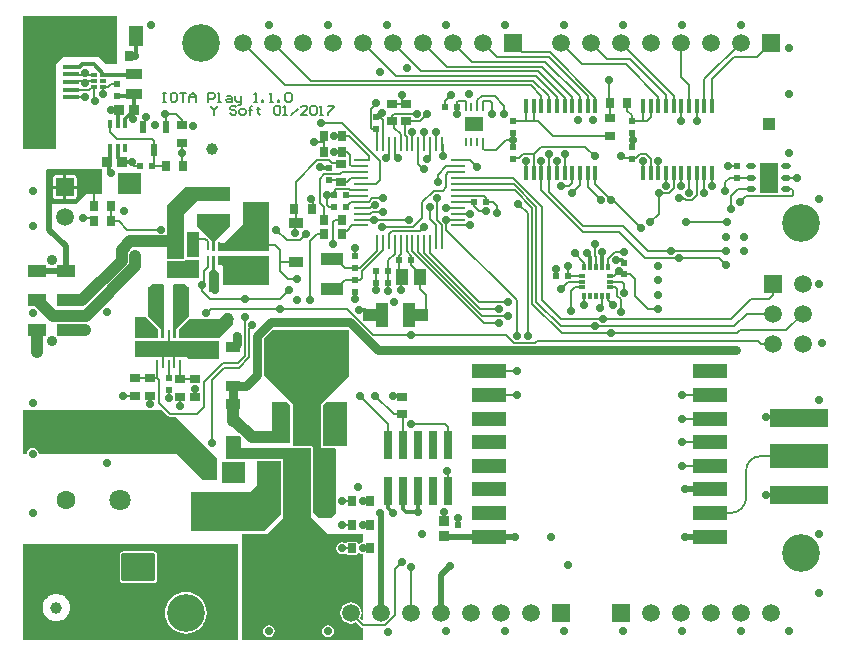
<source format=gtl>
G04 Layer_Physical_Order=1*
G04 Layer_Color=65280*
%FSLAX25Y25*%
%MOIN*%
G70*
G01*
G75*
%ADD10C,0.00591*%
%ADD11R,0.02559X0.03347*%
%ADD12R,0.03347X0.02559*%
%ADD13R,0.01968X0.01968*%
%ADD14R,0.01968X0.01968*%
%ADD15R,0.06299X0.03937*%
G04:AMPARAMS|DCode=16|XSize=110.24mil|YSize=94.49mil|CornerRadius=4.72mil|HoleSize=0mil|Usage=FLASHONLY|Rotation=0.000|XOffset=0mil|YOffset=0mil|HoleType=Round|Shape=RoundedRectangle|*
%AMROUNDEDRECTD16*
21,1,0.11024,0.08504,0,0,0.0*
21,1,0.10079,0.09449,0,0,0.0*
1,1,0.00945,0.05039,-0.04252*
1,1,0.00945,-0.05039,-0.04252*
1,1,0.00945,-0.05039,0.04252*
1,1,0.00945,0.05039,0.04252*
%
%ADD16ROUNDEDRECTD16*%
%ADD17R,0.07480X0.04331*%
%ADD18O,0.03347X0.01772*%
%ADD19R,0.06299X0.09842*%
%ADD20R,0.01378X0.02165*%
%ADD21R,0.02165X0.01378*%
%ADD22R,0.11811X0.04724*%
%ADD23R,0.05905X0.05118*%
%ADD24R,0.00984X0.03150*%
%ADD25O,0.00984X0.04921*%
%ADD26O,0.04921X0.00984*%
%ADD27R,0.01575X0.02559*%
%ADD28R,0.07874X0.04724*%
%ADD29R,0.01102X0.03150*%
%ADD30R,0.01102X0.02953*%
%ADD31R,0.03937X0.08465*%
%ADD32R,0.12598X0.08465*%
%ADD33R,0.01929X0.01181*%
%ADD34R,0.02047X0.01181*%
%ADD35O,0.01575X0.04724*%
%ADD36C,0.03937*%
%ADD37R,0.02362X0.04331*%
%ADD38R,0.03937X0.07874*%
%ADD39R,0.02500X0.08000*%
%ADD40R,0.10630X0.03937*%
%ADD41R,0.05315X0.03661*%
%ADD42R,0.08583X0.06378*%
%ADD43R,0.04803X0.03583*%
%ADD44R,0.03000X0.09449*%
G04:AMPARAMS|DCode=45|XSize=15.75mil|YSize=55.12mil|CornerRadius=0.79mil|HoleSize=0mil|Usage=FLASHONLY|Rotation=270.000|XOffset=0mil|YOffset=0mil|HoleType=Round|Shape=RoundedRectangle|*
%AMROUNDEDRECTD45*
21,1,0.01575,0.05354,0,0,270.0*
21,1,0.01417,0.05512,0,0,270.0*
1,1,0.00158,-0.02677,-0.00709*
1,1,0.00158,-0.02677,0.00709*
1,1,0.00158,0.02677,0.00709*
1,1,0.00158,0.02677,-0.00709*
%
%ADD45ROUNDEDRECTD45*%
G04:AMPARAMS|DCode=46|XSize=70.87mil|YSize=74.8mil|CornerRadius=3.54mil|HoleSize=0mil|Usage=FLASHONLY|Rotation=270.000|XOffset=0mil|YOffset=0mil|HoleType=Round|Shape=RoundedRectangle|*
%AMROUNDEDRECTD46*
21,1,0.07087,0.06772,0,0,270.0*
21,1,0.06378,0.07480,0,0,270.0*
1,1,0.00709,-0.03386,-0.03189*
1,1,0.00709,-0.03386,0.03189*
1,1,0.00709,0.03386,0.03189*
1,1,0.00709,0.03386,-0.03189*
%
%ADD46ROUNDEDRECTD46*%
G04:AMPARAMS|DCode=47|XSize=90.55mil|YSize=74.8mil|CornerRadius=3.74mil|HoleSize=0mil|Usage=FLASHONLY|Rotation=270.000|XOffset=0mil|YOffset=0mil|HoleType=Round|Shape=RoundedRectangle|*
%AMROUNDEDRECTD47*
21,1,0.09055,0.06732,0,0,270.0*
21,1,0.08307,0.07480,0,0,270.0*
1,1,0.00748,-0.03366,-0.04153*
1,1,0.00748,-0.03366,0.04153*
1,1,0.00748,0.03366,0.04153*
1,1,0.00748,0.03366,-0.04153*
%
%ADD47ROUNDEDRECTD47*%
%ADD48R,0.03937X0.05512*%
%ADD49R,0.03347X0.03543*%
%ADD50R,0.05512X0.03937*%
%ADD51R,0.03543X0.03347*%
%ADD52R,0.06890X0.04724*%
%ADD53R,0.04724X0.06890*%
%ADD54R,0.19685X0.05905*%
%ADD55R,0.19685X0.07874*%
%ADD56R,0.03937X0.03937*%
%ADD57C,0.00787*%
%ADD58C,0.01181*%
%ADD59C,0.02953*%
%ADD60C,0.01968*%
%ADD61C,0.03937*%
%ADD62C,0.12598*%
%ADD63C,0.03543*%
%ADD64C,0.07087*%
%ADD65C,0.06299*%
%ADD66C,0.05905*%
%ADD67R,0.05905X0.05905*%
%ADD68R,0.05905X0.05905*%
%ADD69C,0.02756*%
%ADD70C,0.01575*%
G36*
X45669Y104724D02*
Y101575D01*
X38189D01*
Y108661D01*
X41732D01*
X45669Y104724D01*
D02*
G37*
G36*
X66142Y94488D02*
X55905D01*
X55118Y95276D01*
X53818D01*
X53701Y95324D01*
X52598D01*
X52481Y95276D01*
X49881D01*
X49764Y95324D01*
X48661D01*
X48544Y95276D01*
X45944D01*
X45827Y95324D01*
X44724D01*
X44607Y95276D01*
X38189D01*
Y100787D01*
X44607D01*
X44724Y100739D01*
X45827D01*
X45944Y100787D01*
X46575D01*
X46693Y100739D01*
X47795D01*
X47913Y100787D01*
X50512D01*
X50630Y100739D01*
X51732D01*
X51850Y100787D01*
X52481D01*
X52598Y100739D01*
X53701D01*
X53818Y100787D01*
X66142D01*
Y94488D01*
D02*
G37*
G36*
X48968Y75739D02*
X49261Y75543D01*
X49318Y75532D01*
X49606Y75475D01*
X49606Y75475D01*
X51691D01*
X65354Y61811D01*
X65354Y54331D01*
X60630D01*
X51968Y62992D01*
X5944D01*
X5791Y63760D01*
X5356Y64411D01*
X4705Y64846D01*
X3937Y64999D01*
X3169Y64846D01*
X2518Y64411D01*
X2083Y63760D01*
X1930Y62992D01*
X857D01*
Y77559D01*
X42720D01*
X42913Y77521D01*
X43107Y77559D01*
X47148D01*
X48968Y75739D01*
D02*
G37*
G36*
X47212Y119780D02*
X47213D01*
Y119779D01*
X47638Y119354D01*
X47638Y101575D01*
X46850D01*
X46850Y104642D01*
X43713Y107780D01*
X43713D01*
X42713Y108780D01*
Y108780D01*
X42520Y108972D01*
X42520Y118587D01*
X42713Y118779D01*
Y118780D01*
X43235Y119302D01*
X43712Y119780D01*
X47212Y119780D01*
X47212Y119780D01*
D02*
G37*
G36*
X135630Y107480D02*
X127803D01*
Y111417D01*
X135630D01*
Y107480D01*
D02*
G37*
G36*
X121803D02*
X113976D01*
Y111417D01*
X121803D01*
Y107480D01*
D02*
G37*
G36*
X54713Y119780D02*
X55190Y119302D01*
X55713Y118780D01*
Y118779D01*
X55905Y118587D01*
X55905Y108972D01*
X55713Y108780D01*
Y108780D01*
X54713Y107780D01*
X54712D01*
X51575Y104642D01*
X51575Y101575D01*
X50787D01*
X50787Y119354D01*
X51213Y119779D01*
Y119780D01*
X51213D01*
X51213Y119780D01*
X54713Y119780D01*
D02*
G37*
G36*
X86614Y60630D02*
Y42913D01*
X81102Y37402D01*
X56693Y37402D01*
Y50394D01*
X76378D01*
X78740Y52756D01*
Y60630D01*
X86614Y60630D01*
D02*
G37*
G36*
X73228Y68581D02*
Y64961D01*
X96850D01*
X96851Y41732D01*
X102362Y36220D01*
X114173Y36220D01*
Y33503D01*
X113405Y33350D01*
X112852Y32981D01*
X112352Y33145D01*
Y33169D01*
X112165Y33621D01*
X111713Y33808D01*
X109153D01*
X108702Y33621D01*
X108625Y33437D01*
X108068Y33224D01*
X108038Y33228D01*
X107855Y33350D01*
X107087Y33503D01*
X106318Y33350D01*
X105667Y32915D01*
X105232Y32264D01*
X105079Y31496D01*
X105232Y30728D01*
X105667Y30077D01*
X106318Y29642D01*
X107087Y29489D01*
X107855Y29642D01*
X108038Y29765D01*
X108068Y29768D01*
X108625Y29555D01*
X108702Y29371D01*
X109153Y29184D01*
X111713D01*
X112165Y29371D01*
X112352Y29823D01*
Y29847D01*
X112852Y30011D01*
X113405Y29642D01*
X114173Y29489D01*
Y7757D01*
X113711Y7566D01*
X113082Y8196D01*
X113095Y8213D01*
X113452Y9075D01*
X113574Y10000D01*
X113452Y10925D01*
X113095Y11787D01*
X112527Y12527D01*
X111787Y13095D01*
X110925Y13452D01*
X110000Y13574D01*
X109075Y13452D01*
X108213Y13095D01*
X107473Y12527D01*
X106905Y11787D01*
X106548Y10925D01*
X106426Y10000D01*
X106548Y9075D01*
X106905Y8213D01*
X107473Y7473D01*
X108213Y6905D01*
X109075Y6548D01*
X110000Y6426D01*
X110925Y6548D01*
X111787Y6905D01*
X111804Y6918D01*
X113456Y5267D01*
X113749Y5071D01*
X114094Y5002D01*
X114173D01*
Y857D01*
X73622D01*
Y36220D01*
X81890D01*
X87402Y41732D01*
Y61417D01*
X68504D01*
Y68898D01*
X72912D01*
X73228Y68581D01*
D02*
G37*
G36*
X72441Y857D02*
X857D01*
Y33071D01*
X72441D01*
X72441Y857D01*
D02*
G37*
G36*
X109449Y104309D02*
Y88976D01*
X104724Y84252D01*
X100000Y79528D01*
Y65118D01*
X104765D01*
X105118Y64765D01*
X105118Y59055D01*
Y47438D01*
X105079Y47244D01*
X105118Y47050D01*
Y43307D01*
X103543Y41732D01*
X99213Y41732D01*
X97490Y43455D01*
X97490Y59489D01*
D01*
X97490Y64961D01*
X97302Y65413D01*
X96850Y65600D01*
X90551D01*
Y79528D01*
X81102Y88976D01*
Y101744D01*
X83689Y104331D01*
X109427D01*
X109449Y104309D01*
D02*
G37*
G36*
X89764Y79411D02*
Y66535D01*
X83858D01*
Y80315D01*
X88860D01*
X89764Y79411D01*
D02*
G37*
G36*
X108661Y65748D02*
X104787D01*
X104765Y65757D01*
X104765D01*
D01*
X100787D01*
Y79411D01*
X101691Y80315D01*
X108661D01*
Y65748D01*
D02*
G37*
G36*
X74803Y53150D02*
X66929D01*
Y60236D01*
X74803D01*
Y53150D01*
D02*
G37*
G36*
X69685Y109843D02*
X70866Y108661D01*
X70866Y106299D01*
X66142Y101575D01*
X52756Y101575D01*
Y104724D01*
X55906Y107874D01*
X61617Y107874D01*
X61811Y107835D01*
X62005Y107874D01*
X66142Y107874D01*
X68110Y109843D01*
X69685Y109843D01*
D02*
G37*
G36*
X82677Y130709D02*
X65748D01*
Y133465D01*
X67716D01*
X74016Y139764D01*
X74016Y146850D01*
X82677D01*
Y130709D01*
D02*
G37*
G36*
X69685Y138976D02*
X64567Y133858D01*
Y130709D01*
X63779D01*
Y133858D01*
X58662Y138976D01*
Y142913D01*
X69685D01*
Y138976D01*
D02*
G37*
G36*
X27165Y157874D02*
X27165Y149606D01*
X21654D01*
X18504Y146457D01*
X8268Y146457D01*
X8268Y157520D01*
X8621Y157874D01*
X27165Y157874D01*
D02*
G37*
G36*
X40157Y149606D02*
X32283D01*
Y156693D01*
X40157D01*
Y149606D01*
D02*
G37*
G36*
X31890Y193267D02*
X31536Y192913D01*
X28346Y192913D01*
X25984Y195276D01*
X14173Y195276D01*
X11811Y192913D01*
Y164567D01*
X857D01*
Y209143D01*
X31890D01*
Y193267D01*
D02*
G37*
G36*
X82677Y119291D02*
X67323D01*
Y123622D01*
Y125591D01*
X66929Y125984D01*
X65748D01*
Y129134D01*
X82677D01*
Y119291D01*
D02*
G37*
G36*
X64567Y124803D02*
X66142Y123228D01*
Y116929D01*
X62598D01*
Y123622D01*
X63779Y124803D01*
Y129134D01*
X64567D01*
Y124803D01*
D02*
G37*
G36*
X59449Y121653D02*
X48819Y121653D01*
X48819Y126715D01*
X48819Y127215D01*
X54331D01*
X54783Y127402D01*
X54848Y127559D01*
X59449D01*
X59449Y121653D01*
D02*
G37*
G36*
X59449Y128740D02*
X55512D01*
Y137008D01*
X59449D01*
Y128740D01*
D02*
G37*
G36*
X69685Y147244D02*
X58661D01*
X54331Y142913D01*
X54331Y127953D01*
X48819Y127953D01*
Y137601D01*
X48858Y137795D01*
X48819Y137989D01*
Y146063D01*
X50000Y147244D01*
X54724Y151969D01*
X69685D01*
Y147244D01*
D02*
G37*
%LPC*%
G36*
X82677Y5944D02*
X81909Y5791D01*
X81258Y5356D01*
X80823Y4705D01*
X80670Y3937D01*
X80823Y3169D01*
X81258Y2518D01*
X81909Y2083D01*
X82677Y1930D01*
X83445Y2083D01*
X84096Y2518D01*
X84531Y3169D01*
X84684Y3937D01*
X84531Y4705D01*
X84096Y5356D01*
X83445Y5791D01*
X82677Y5944D01*
D02*
G37*
G36*
X102362D02*
X101594Y5791D01*
X100943Y5356D01*
X100508Y4705D01*
X100355Y3937D01*
X100508Y3169D01*
X100943Y2518D01*
X101594Y2083D01*
X102362Y1930D01*
X103130Y2083D01*
X103781Y2518D01*
X104217Y3169D01*
X104369Y3937D01*
X104217Y4705D01*
X103781Y5356D01*
X103130Y5791D01*
X102362Y5944D01*
D02*
G37*
G36*
X11293Y16387D02*
X11213Y16354D01*
X11127Y16365D01*
X10126Y16097D01*
X10057Y16045D01*
X9972Y16033D01*
X9074Y15515D01*
X9021Y15446D01*
X8942Y15413D01*
X8209Y14680D01*
X8176Y14601D01*
X8107Y14548D01*
X7589Y13650D01*
X7577Y13565D01*
X7525Y13496D01*
X7257Y12495D01*
X7268Y12409D01*
X7235Y12329D01*
Y11811D01*
X7235Y11293D01*
X7268Y11213D01*
X7257Y11127D01*
X7525Y10126D01*
X7577Y10057D01*
X7589Y9972D01*
X8107Y9074D01*
X8176Y9021D01*
X8209Y8942D01*
X8942Y8209D01*
X9021Y8176D01*
X9074Y8107D01*
X9972Y7589D01*
X10057Y7577D01*
X10126Y7525D01*
X11127Y7257D01*
X11213Y7268D01*
X11293Y7235D01*
X12329Y7235D01*
X12409Y7268D01*
X12495Y7257D01*
X13496Y7525D01*
X13565Y7577D01*
X13650Y7589D01*
X14548Y8107D01*
X14601Y8176D01*
X14680Y8209D01*
X15413Y8942D01*
X15447Y9021D01*
X15515Y9074D01*
X16033Y9972D01*
X16045Y10057D01*
X16097Y10126D01*
X16365Y11127D01*
X16354Y11213D01*
X16387Y11293D01*
Y11811D01*
Y12329D01*
X16354Y12409D01*
X16365Y12495D01*
X16097Y13496D01*
X16045Y13565D01*
X16033Y13650D01*
X15515Y14548D01*
X15446Y14601D01*
X15413Y14680D01*
X14680Y15413D01*
X14601Y15447D01*
X14548Y15515D01*
X13650Y16033D01*
X13565Y16045D01*
X13496Y16097D01*
X12495Y16365D01*
X12409Y16354D01*
X12329Y16387D01*
X11293Y16387D01*
D02*
G37*
G36*
X55000Y16969D02*
X54969Y16956D01*
X54937Y16966D01*
X53702Y16844D01*
X53645Y16813D01*
X53580Y16820D01*
X52392Y16460D01*
X52342Y16418D01*
X52276Y16412D01*
X51182Y15827D01*
X51141Y15776D01*
X51078Y15757D01*
X50119Y14970D01*
X50088Y14912D01*
X50030Y14881D01*
X49243Y13922D01*
X49224Y13859D01*
X49173Y13818D01*
X48588Y12724D01*
X48582Y12658D01*
X48540Y12608D01*
X48180Y11420D01*
X48187Y11355D01*
X48156Y11298D01*
X48034Y10063D01*
X48053Y10000D01*
X48034Y9937D01*
X48156Y8703D01*
X48187Y8645D01*
X48180Y8580D01*
X48540Y7392D01*
X48582Y7342D01*
X48588Y7276D01*
X49173Y6182D01*
X49224Y6141D01*
X49243Y6078D01*
X50030Y5119D01*
X50088Y5088D01*
X50119Y5030D01*
X51078Y4243D01*
X51141Y4224D01*
X51182Y4173D01*
X52276Y3588D01*
X52342Y3582D01*
X52392Y3540D01*
X53580Y3180D01*
X53645Y3187D01*
X53702Y3156D01*
X54937Y3034D01*
X54969Y3044D01*
X55000Y3031D01*
X55031Y3044D01*
X55063Y3034D01*
X56297Y3156D01*
X56355Y3187D01*
X56420Y3180D01*
X57608Y3540D01*
X57658Y3582D01*
X57724Y3588D01*
X58818Y4173D01*
X58859Y4224D01*
X58922Y4243D01*
X59881Y5030D01*
X59912Y5088D01*
X59970Y5119D01*
X60757Y6078D01*
X60776Y6141D01*
X60827Y6182D01*
X61412Y7276D01*
X61418Y7342D01*
X61460Y7392D01*
X61820Y8580D01*
X61813Y8645D01*
X61844Y8703D01*
X61966Y9937D01*
X61947Y10000D01*
X61966Y10063D01*
X61844Y11298D01*
X61813Y11355D01*
X61820Y11420D01*
X61460Y12608D01*
X61418Y12658D01*
X61412Y12724D01*
X60827Y13818D01*
X60776Y13859D01*
X60757Y13922D01*
X59970Y14881D01*
X59912Y14912D01*
X59881Y14970D01*
X58922Y15757D01*
X58859Y15776D01*
X58818Y15827D01*
X57724Y16412D01*
X57658Y16418D01*
X57608Y16460D01*
X56420Y16820D01*
X56355Y16813D01*
X56297Y16844D01*
X55063Y16966D01*
X55031Y16956D01*
X55000Y16969D01*
D02*
G37*
G36*
X44213Y30533D02*
X34134D01*
X33719Y30450D01*
X33367Y30215D01*
X33132Y29864D01*
X33050Y29449D01*
Y20945D01*
X33132Y20530D01*
X33367Y20178D01*
X33719Y19944D01*
X34134Y19861D01*
X44213D01*
X44627Y19944D01*
X44979Y20178D01*
X45214Y20530D01*
X45296Y20945D01*
Y29449D01*
X45214Y29864D01*
X44979Y30215D01*
X44627Y30450D01*
X44213Y30533D01*
D02*
G37*
G36*
X18539Y151469D02*
X15067D01*
Y147996D01*
X17520D01*
X17910Y148074D01*
X18241Y148295D01*
X18462Y148626D01*
X18539Y149016D01*
Y151469D01*
D02*
G37*
G36*
X14067D02*
X10595D01*
Y149016D01*
X10672Y148626D01*
X10893Y148295D01*
X11224Y148074D01*
X11614Y147996D01*
X14067D01*
Y151469D01*
D02*
G37*
G36*
Y155941D02*
X11614D01*
X11224Y155863D01*
X10893Y155642D01*
X10672Y155311D01*
X10595Y154921D01*
Y152469D01*
X14067D01*
Y155941D01*
D02*
G37*
G36*
X17520D02*
X15067D01*
Y152469D01*
X18539D01*
Y154921D01*
X18462Y155311D01*
X18241Y155642D01*
X17910Y155863D01*
X17520Y155941D01*
D02*
G37*
%LPD*%
D10*
X246457Y62205D02*
G03*
X241732Y57480I0J-4724D01*
G01*
X236614Y43307D02*
G03*
X241732Y48425I0J5118D01*
G01*
X141339Y180709D02*
X143307Y182677D01*
X141339Y178740D02*
Y180709D01*
X132874Y173819D02*
X135433Y176378D01*
X124409Y176378D02*
X131889D01*
X100591Y136221D02*
X100984Y136614D01*
X98819Y136221D02*
X100591D01*
X108661Y137402D02*
X110433Y139173D01*
X107874Y137402D02*
X108661D01*
X103937Y133071D02*
Y140157D01*
X103937Y140157D02*
X103937Y140157D01*
X103937Y140157D02*
X104724Y140945D01*
X188189Y165354D02*
X191339Y162205D01*
X173327Y165354D02*
X188189D01*
X200394Y161811D02*
X205118D01*
X200000Y162205D02*
X200394Y161811D01*
X203543Y174016D02*
Y175984D01*
X202165Y177362D02*
X203543Y175984D01*
X202165Y177362D02*
Y179921D01*
X177362Y169095D02*
X196457D01*
X179921Y152461D02*
X182776D01*
X176083Y150295D02*
Y156496D01*
Y150295D02*
X187402Y138976D01*
X182776Y152461D02*
X183760Y153445D01*
X129921Y72835D02*
X141339D01*
X142283Y71890D01*
Y65945D02*
Y71890D01*
X124213Y76181D02*
X127165D01*
X118110Y82284D02*
X124213Y76181D01*
X112992Y82284D02*
X122283Y72992D01*
Y65945D02*
Y72992D01*
X127165Y76181D02*
X127284Y76063D01*
Y65945D02*
Y76063D01*
X124016Y82284D02*
X124213Y82087D01*
X127165D01*
X108661Y111417D02*
X117323Y102756D01*
X116929Y145669D02*
X118898D01*
X117173Y148327D02*
X120768D01*
X120866Y148425D01*
X104724Y140945D02*
X106890D01*
X100984D02*
Y145150D01*
X99606Y146528D02*
X100984Y145150D01*
X110433Y139173D02*
X113287D01*
X99606Y146528D02*
Y154724D01*
X96850Y148031D02*
X97244D01*
X97441Y147835D01*
Y144488D02*
Y147835D01*
X99606Y154724D02*
X101181Y156299D01*
X106299D01*
X106890Y156890D01*
X113287D01*
X103642Y160138D02*
X106693D01*
X91535Y140108D02*
Y153792D01*
X98767Y161024D01*
X102756D01*
X103642Y160138D01*
X106693Y159646D02*
Y160138D01*
X91535Y140108D02*
X91732Y139911D01*
X100984Y166929D02*
Y168898D01*
Y163779D02*
Y166929D01*
X97638D02*
X100984D01*
X209842Y140157D02*
X212598Y142913D01*
Y150000D01*
X221654Y147638D02*
X223575D01*
X220866Y148425D02*
X221654Y147638D01*
X219291Y148425D02*
X220866D01*
X225295Y149358D02*
Y156496D01*
X223575Y147638D02*
X225295Y149358D01*
X217618Y151575D02*
Y156496D01*
X212598Y150000D02*
X216043D01*
X217618Y151575D01*
X220177Y152461D02*
Y156496D01*
X215059Y152461D02*
Y156496D01*
X227854Y150000D02*
Y156496D01*
X222736Y150000D02*
Y156496D01*
X196850Y147638D02*
X197244D01*
X191437Y153051D02*
X196850Y147638D01*
X188878Y152067D02*
X193307Y147638D01*
X124803Y24803D02*
X127118Y27118D01*
X124803Y9375D02*
Y24803D01*
X121334Y5906D02*
X124803Y9375D01*
X114094Y5906D02*
X121334D01*
X110000Y10000D02*
X114094Y5906D01*
X92982Y134252D02*
X94882Y136152D01*
X119685Y154331D02*
Y160578D01*
X118307Y152953D02*
X119685Y154331D01*
X113287Y152953D02*
X118307D01*
X107087Y173228D02*
X119390Y160925D01*
Y160873D02*
Y160925D01*
Y160873D02*
X119685Y160578D01*
X206299Y162992D02*
X208366D01*
X209941Y156496D02*
Y161417D01*
X208366Y162992D02*
X209941Y161417D01*
X165748Y146457D02*
X168898Y143307D01*
X170472Y112992D02*
Y145085D01*
X164573Y150984D02*
X170472Y145085D01*
X145768Y150984D02*
X164573D01*
X171864Y113569D02*
Y145363D01*
X164275Y152953D02*
X171864Y145363D01*
X145768Y152953D02*
X164275D01*
X187402Y137008D02*
X199213D01*
X173524Y150886D02*
X187402Y137008D01*
X173524Y150886D02*
Y156496D01*
X173535Y114261D02*
Y145363D01*
X163976Y154921D02*
X173535Y145363D01*
X145768Y154921D02*
X163976D01*
X168898Y102362D02*
Y143307D01*
X170965Y174016D02*
X172441D01*
X177362Y169095D01*
X164567Y174016D02*
X168405D01*
X164173Y173622D02*
X164567Y174016D01*
X168405Y174016D02*
X170965D01*
X168405D02*
Y178937D01*
X170965Y174016D02*
Y178937D01*
X209941Y175197D02*
Y178937D01*
X207382Y174016D02*
Y178937D01*
Y174016D02*
X208760D01*
X203543D02*
X207382D01*
X208760D02*
X209941Y175197D01*
X53543Y163386D02*
Y166732D01*
Y159646D02*
Y163386D01*
Y159646D02*
X54134Y159055D01*
X37008Y159843D02*
Y160236D01*
Y159843D02*
X37795Y159055D01*
X39764D01*
X44488D02*
X48228D01*
X44488D02*
Y164272D01*
X86221Y111417D02*
X108661D01*
X63386D02*
X86221D01*
X61811Y109843D02*
X63386Y111417D01*
X140551Y162204D02*
Y166044D01*
X140354Y166240D02*
X140551Y166044D01*
X136417Y162402D02*
Y166240D01*
X135433Y161417D02*
X136417Y162402D01*
X138976Y156102D02*
X141732Y158858D01*
X138976Y153543D02*
Y156102D01*
X142520Y156890D02*
X145768D01*
X141732Y156102D02*
X142520Y156890D01*
X141732Y151969D02*
Y156102D01*
X140551Y150787D02*
X141732Y151969D01*
X134252Y157874D02*
X134252D01*
X132480Y159646D02*
X134252Y157874D01*
X132480Y159646D02*
Y166240D01*
X16634Y189567D02*
X16831Y189370D01*
X124606Y162795D02*
Y166240D01*
Y162795D02*
X125591Y161811D01*
X16634Y187008D02*
X17028Y187402D01*
X122638Y162795D02*
Y166240D01*
X121653Y161811D02*
X122638Y162795D01*
X145768Y139173D02*
X149803D01*
X170965Y162992D02*
X173327Y165354D01*
X47244Y96063D02*
X49213Y98032D01*
X47244Y93110D02*
Y96063D01*
X212500Y156496D02*
Y160531D01*
X230413Y152461D02*
Y156496D01*
X168405Y156496D02*
Y160531D01*
X207382Y156496D02*
Y160531D01*
X183760Y150000D02*
X186319Y152559D01*
Y156496D01*
X183760Y153445D02*
Y156496D01*
X188878Y152067D02*
Y156496D01*
X191437Y153051D02*
Y156496D01*
X181201D02*
Y162992D01*
X178642Y156496D02*
Y160531D01*
X199213Y137008D02*
X207874Y128347D01*
X203150Y122835D02*
X204724Y121260D01*
Y115748D02*
Y121260D01*
Y115748D02*
X209055Y111417D01*
X187402Y138976D02*
X200787D01*
X171949Y100787D02*
X245669D01*
X164417Y100098D02*
X171260D01*
X171949Y100787D01*
X246457Y62205D02*
X259370D01*
X241732Y48425D02*
Y57480D01*
X229724Y43307D02*
X236614D01*
X129921Y25118D02*
X130000Y25197D01*
X129921Y10079D02*
Y25118D01*
Y10079D02*
X130000Y10000D01*
X183465Y110630D02*
Y117323D01*
X179921Y107874D02*
X194095D01*
X173535Y114261D02*
X179921Y107874D01*
X187795Y112599D02*
Y115748D01*
X179921Y105512D02*
X191339D01*
X180315Y103150D02*
X196850D01*
X171864Y113569D02*
X179921Y105512D01*
X170472Y112992D02*
X180315Y103150D01*
X115893Y147047D02*
X117173Y148327D01*
X113287Y147047D02*
X115893D01*
X205118Y161811D02*
X206299Y162992D01*
X67716Y91732D02*
X72536D01*
X75984Y104724D02*
X77165Y105905D01*
X75984Y95180D02*
Y104724D01*
X72536Y91732D02*
X75984Y95180D01*
X74803Y95669D02*
Y108661D01*
X72441Y93307D02*
X74803Y95669D01*
X117323Y102756D02*
X129921D01*
X161759D02*
X164417Y100098D01*
X129921Y102756D02*
X161759D01*
X24213Y145669D02*
Y153150D01*
X198721Y115795D02*
Y117815D01*
Y115795D02*
X200000Y114515D01*
Y110236D02*
Y114515D01*
X198031Y118504D02*
X198721Y117815D01*
X192913Y111811D02*
X192913D01*
X193701Y112598D01*
X183465Y117323D02*
X184646Y118504D01*
X187008D01*
X179921Y118110D02*
X182283Y120473D01*
X187008D01*
X182283Y122441D02*
Y125591D01*
Y122441D02*
X187008D01*
X63779Y87795D02*
X67716Y91732D01*
X63779Y66535D02*
Y87795D01*
X250551Y115905D02*
Y119803D01*
X249213Y114567D02*
X250551Y115905D01*
X243307Y114567D02*
X249213D01*
X236614Y107874D02*
X243307Y114567D01*
X242087Y109803D02*
X250551D01*
X237795Y105512D02*
X242087Y109803D01*
X255079Y104331D02*
X260551Y109803D01*
X239764Y104331D02*
X255079D01*
X238583Y103150D02*
X239764Y104331D01*
X245669Y100787D02*
X246654Y99803D01*
X250551D01*
X91338Y139517D02*
X91732Y139911D01*
X91338Y136614D02*
Y139517D01*
X197980Y130315D02*
X201181D01*
X195669Y128005D02*
X197980Y130315D01*
X195669Y125197D02*
Y128005D01*
X209055Y111417D02*
X212204D01*
X200394Y120473D02*
X201181Y119685D01*
Y116535D02*
Y119685D01*
X196457Y118504D02*
X198031D01*
X238583Y155118D02*
X243504D01*
X191339Y132283D02*
X192126Y133071D01*
X191338D02*
X192126D01*
X191339Y129134D02*
Y132283D01*
Y129134D02*
X191732Y128740D01*
X116929Y143701D02*
X120866D01*
X116339Y145079D02*
X116929Y145669D01*
X113287Y145079D02*
X116339D01*
X116339Y143110D02*
X116929Y143701D01*
X113287Y143110D02*
X116339D01*
X123622Y175591D02*
X124409Y176378D01*
X123622Y173819D02*
Y175591D01*
X128347Y173819D02*
X132874D01*
X109449Y168898D02*
X116142Y162205D01*
X107677Y168898D02*
X109449D01*
X106890Y168110D02*
X107677Y168898D01*
X109843Y159449D02*
Y162598D01*
X108661Y163779D02*
X109843Y162598D01*
X106102Y154331D02*
X106693Y153740D01*
X102756Y154331D02*
X106102D01*
X106693Y153740D02*
X108858D01*
X110039Y154921D01*
X113287D01*
X109843Y159449D02*
X110433Y158858D01*
X116142Y161024D02*
Y162205D01*
X115945Y160827D02*
X116142Y161024D01*
X113287Y160827D02*
X115945D01*
X100000Y173228D02*
X107087D01*
X110433Y158858D02*
X113287D01*
X85039Y137795D02*
X88583Y134252D01*
X92982D01*
X117717Y140945D02*
X129528D01*
X117126D02*
X117717D01*
X113287Y141142D02*
X116929D01*
X117126Y140945D01*
X130709Y138583D02*
X133858Y141732D01*
X120472Y138583D02*
X130709D01*
X133858Y141732D02*
Y146902D01*
X123622Y137402D02*
X133071D01*
X134252Y138583D01*
X137743Y150787D02*
X140551D01*
X133858Y146902D02*
X137743Y150787D01*
X136221Y141339D02*
Y145276D01*
Y141339D02*
X138386Y139173D01*
X138583Y140945D02*
Y148425D01*
Y140945D02*
X140354Y139173D01*
X138386Y133760D02*
Y139173D01*
X140354Y133760D02*
Y139173D01*
X122638Y136417D02*
X123622Y137402D01*
X122638Y133760D02*
Y136417D01*
X152756Y113779D02*
X162205D01*
X153150Y111417D02*
X159449D01*
X132480Y130214D02*
X153639Y109055D01*
X162205D01*
X130512Y130512D02*
X154331Y106693D01*
X159449D01*
X141732Y137795D02*
X165354Y114173D01*
Y102362D02*
Y114173D01*
X134449Y130118D02*
X153150Y111417D01*
X136417Y130118D02*
X152756Y113779D01*
X201181Y122835D02*
X203150D01*
X184646Y129921D02*
X187795Y126772D01*
Y125197D02*
Y126772D01*
X191732Y125197D02*
Y128740D01*
X196457Y122441D02*
X197638D01*
X199213Y124016D01*
X197244Y147638D02*
X206693Y138189D01*
X196850Y103150D02*
X238583D01*
X194095Y107874D02*
X236614D01*
X191339Y105512D02*
X237795D01*
X196457Y120473D02*
X200394D01*
X193701Y112598D02*
Y115748D01*
X220473Y82677D02*
X229724D01*
X220473Y59055D02*
X229724D01*
X220473Y66929D02*
X229724D01*
X220473Y74803D02*
X229724D01*
X156102Y82677D02*
X165354D01*
X156102Y90551D02*
X165354D01*
X76968Y137205D02*
X78347D01*
X75787Y138386D02*
X76968Y137205D01*
X44488Y164272D02*
Y167323D01*
X43701Y168110D02*
X44488Y167323D01*
X31890Y168110D02*
X43701D01*
X29724Y170276D02*
X31890Y168110D01*
X29724Y170276D02*
Y172933D01*
X24468Y181437D02*
X25197Y180709D01*
X48031Y176378D02*
X51575D01*
X53543Y174409D01*
X48228Y171949D02*
Y176181D01*
X48031Y176378D02*
X48228Y176181D01*
X53543Y172638D02*
Y174409D01*
X24803Y180709D02*
X25197D01*
X24468Y181437D02*
Y185433D01*
X108268Y149213D02*
X108465Y149016D01*
X113287D01*
X108268Y145276D02*
X110039Y147047D01*
X113287D01*
X106890Y163779D02*
X108661D01*
X61024Y124016D02*
X62205Y125197D01*
X61024Y120079D02*
Y124016D01*
X60236Y119291D02*
X61024Y120079D01*
X62205Y125197D02*
Y127657D01*
X57874Y87992D02*
X57874Y87992D01*
X53150Y87992D02*
X57874D01*
X53150D02*
Y93110D01*
X38189Y88386D02*
X38189Y88386D01*
X42913D01*
X49213Y88189D02*
Y93110D01*
X22835Y184252D02*
X24016Y185433D01*
X20079Y184252D02*
X22835D01*
X19882Y184449D02*
X20079Y184252D01*
X16634Y184449D02*
X19882D01*
X37539Y189370D02*
X37795Y189626D01*
X141732Y158858D02*
X145768D01*
X167323Y162992D02*
X170965D01*
Y156496D02*
Y162992D01*
X164173Y161811D02*
X164173Y161811D01*
X166142D01*
X167323Y162992D01*
X113779Y124016D02*
X120669Y130905D01*
X113779Y121653D02*
Y124016D01*
X120669Y130905D02*
Y133760D01*
X108071Y121063D02*
X111417D01*
X106693Y119685D02*
X108071Y121063D01*
X106693Y118898D02*
Y119685D01*
Y126378D02*
X108071Y125000D01*
X111417D01*
X113093D01*
X118701Y130607D01*
Y133760D01*
X111417Y121063D02*
X113189D01*
X113779Y121653D01*
X125984Y122933D02*
X126870Y122047D01*
X125984Y127559D02*
X125984Y127559D01*
X136417Y130118D02*
Y133760D01*
X134449Y130118D02*
Y133760D01*
X132480Y130214D02*
Y133760D01*
X130512Y130512D02*
Y133760D01*
Y166240D02*
Y170276D01*
X134449Y166240D02*
Y170276D01*
X138386Y166240D02*
Y170276D01*
X176083Y156496D02*
Y162992D01*
X145768Y143110D02*
X149803D01*
X141732Y145079D02*
X145768D01*
X141732Y137795D02*
Y141142D01*
X145768D01*
Y160827D02*
X149803D01*
X151969Y158661D01*
X128543Y166240D02*
Y168701D01*
X127953Y169291D02*
X128543Y168701D01*
X127953Y169291D02*
Y173425D01*
X126575Y166240D02*
Y169488D01*
X124409Y171653D02*
X126575Y169488D01*
X124409Y171653D02*
Y173031D01*
X123622Y173819D02*
X124409Y173031D01*
X173524Y156496D02*
Y160531D01*
X154134Y178524D02*
Y180512D01*
X154331Y180709D01*
X156299D01*
X157087Y179921D01*
Y176378D02*
Y179921D01*
X152165Y178524D02*
Y180905D01*
X153543Y182283D01*
X157874D01*
X161024Y179134D01*
Y176378D02*
Y179134D01*
X148228Y178524D02*
Y180512D01*
X148031Y180709D02*
X148228Y180512D01*
X145669Y180709D02*
X148031D01*
X145276Y180315D02*
X145669Y180709D01*
X145276Y178740D02*
Y180315D01*
X145276Y176378D02*
Y178740D01*
X145276Y178740D01*
X32677Y140551D02*
X35433Y137795D01*
X30118Y140551D02*
X32677D01*
X30118D02*
Y145669D01*
X30118Y145669D01*
X42913Y88386D02*
X45276D01*
Y93110D01*
Y88386D02*
X46063Y87598D01*
Y79921D02*
Y87598D01*
Y79921D02*
X49606Y76378D01*
X58661D01*
X61024Y78740D01*
Y87008D01*
X67323Y93307D01*
X72441D01*
X34055Y82480D02*
X38189D01*
X35433Y137795D02*
X46850D01*
X254921Y151181D02*
X257087D01*
X257480Y150787D01*
Y149213D02*
Y150787D01*
X257087Y148819D02*
X257480Y149213D01*
X236221Y155118D02*
X238583D01*
X234646Y153543D02*
X236221Y155118D01*
X234646Y150787D02*
Y153543D01*
X238976Y151181D02*
X243504D01*
X236614Y148819D02*
X238976Y151181D01*
X236614Y144488D02*
Y148819D01*
X239764Y146850D02*
X241732Y148819D01*
X257087D01*
X209055Y130709D02*
X235039D01*
X200787Y138976D02*
X209055Y130709D01*
X207874Y128347D02*
X232677D01*
X235039Y125984D01*
X86221Y127165D02*
X86368Y127018D01*
X96457Y114173D02*
Y133858D01*
X98819Y136221D01*
X62992Y114567D02*
X74803D01*
X60236Y117323D02*
X62992Y114567D01*
X60236Y117323D02*
Y119291D01*
X74803Y114567D02*
X86221D01*
X89370Y117717D01*
X17028Y187402D02*
X24468D01*
X16831Y189370D02*
X24468D01*
X63386Y179133D02*
Y178608D01*
X64435Y177559D01*
X65485Y178608D01*
Y179133D01*
X64435Y177559D02*
Y175984D01*
X71782Y178608D02*
X71257Y179133D01*
X70208D01*
X69683Y178608D01*
Y178083D01*
X70208Y177559D01*
X71257D01*
X71782Y177034D01*
Y176509D01*
X71257Y175984D01*
X70208D01*
X69683Y176509D01*
X73356Y175984D02*
X74406D01*
X74931Y176509D01*
Y177559D01*
X74406Y178083D01*
X73356D01*
X72832Y177559D01*
Y176509D01*
X73356Y175984D01*
X76505D02*
Y178608D01*
Y177559D01*
X75980D01*
X77030D01*
X76505D01*
Y178608D01*
X77030Y179133D01*
X79129Y178608D02*
Y178083D01*
X78604D01*
X79654D01*
X79129D01*
Y176509D01*
X79654Y175984D01*
X84376Y178608D02*
X84901Y179133D01*
X85951D01*
X86475Y178608D01*
Y176509D01*
X85951Y175984D01*
X84901D01*
X84376Y176509D01*
Y178608D01*
X87525Y175984D02*
X88575D01*
X88050D01*
Y179133D01*
X87525Y178608D01*
X90149Y175984D02*
X92248Y178083D01*
X95397Y175984D02*
X93297D01*
X95397Y178083D01*
Y178608D01*
X94872Y179133D01*
X93822D01*
X93297Y178608D01*
X96446D02*
X96971Y179133D01*
X98020D01*
X98545Y178608D01*
Y176509D01*
X98020Y175984D01*
X96971D01*
X96446Y176509D01*
Y178608D01*
X99595Y175984D02*
X100644D01*
X100119D01*
Y179133D01*
X99595Y178608D01*
X102218Y179133D02*
X104317D01*
Y178608D01*
X102218Y176509D01*
Y175984D01*
X47244Y183464D02*
X48294D01*
X47769D01*
Y180315D01*
X47244D01*
X48294D01*
X51442Y183464D02*
X50393D01*
X49868Y182939D01*
Y180840D01*
X50393Y180315D01*
X51442D01*
X51967Y180840D01*
Y182939D01*
X51442Y183464D01*
X53017D02*
X55116D01*
X54066D01*
Y180315D01*
X56165D02*
Y182414D01*
X57215Y183464D01*
X58264Y182414D01*
Y180315D01*
Y181889D01*
X56165D01*
X62462Y180315D02*
Y183464D01*
X64037D01*
X64561Y182939D01*
Y181889D01*
X64037Y181365D01*
X62462D01*
X65611Y180315D02*
X66660D01*
X66136D01*
Y183464D01*
X65611D01*
X68760Y182414D02*
X69809D01*
X70334Y181889D01*
Y180315D01*
X68760D01*
X68235Y180840D01*
X68760Y181365D01*
X70334D01*
X71383Y182414D02*
Y180840D01*
X71908Y180315D01*
X73482D01*
Y179790D01*
X72958Y179265D01*
X72433D01*
X73482Y180315D02*
Y182414D01*
X77680Y180315D02*
X78730D01*
X78205D01*
Y183464D01*
X77680Y182939D01*
X80304Y180315D02*
Y180840D01*
X80829D01*
Y180315D01*
X80304D01*
X82928D02*
X83978D01*
X83453D01*
Y183464D01*
X82928Y182939D01*
X85552Y180315D02*
Y180840D01*
X86077D01*
Y180315D01*
X85552D01*
X88176Y182939D02*
X88701Y183464D01*
X89750D01*
X90275Y182939D01*
Y180840D01*
X89750Y180315D01*
X88701D01*
X88176Y180840D01*
Y182939D01*
D11*
X100984Y136221D02*
D03*
X106890D02*
D03*
X202165Y179921D02*
D03*
X196260D02*
D03*
X100984Y168898D02*
D03*
X106890D02*
D03*
X100984Y163779D02*
D03*
X106890D02*
D03*
X106890Y140945D02*
D03*
X100984D02*
D03*
X30118Y140551D02*
D03*
X24213D02*
D03*
X24213Y145669D02*
D03*
X30118D02*
D03*
X97047Y144488D02*
D03*
X91142D02*
D03*
X110433Y47244D02*
D03*
X116339D02*
D03*
X110433Y39370D02*
D03*
X116339D02*
D03*
X110433Y31496D02*
D03*
X116339D02*
D03*
X54134Y159055D02*
D03*
X48228D02*
D03*
X57677Y135039D02*
D03*
X51772D02*
D03*
X36024Y195669D02*
D03*
X30118D02*
D03*
D12*
X106693Y159646D02*
D03*
Y153740D02*
D03*
X42913Y88386D02*
D03*
Y82480D02*
D03*
X38189Y82480D02*
D03*
Y88386D02*
D03*
X53543Y166732D02*
D03*
Y172638D02*
D03*
X53150Y87992D02*
D03*
Y82087D02*
D03*
X57874Y82087D02*
D03*
Y87992D02*
D03*
X123622Y179724D02*
D03*
Y173819D02*
D03*
X128347Y179724D02*
D03*
Y173819D02*
D03*
X127165Y82087D02*
D03*
Y76181D02*
D03*
X196457Y169095D02*
D03*
Y175000D02*
D03*
D13*
X102756Y158268D02*
D03*
Y154331D02*
D03*
X201181Y126772D02*
D03*
Y122835D02*
D03*
X238583Y159055D02*
D03*
Y155118D02*
D03*
X145669Y39370D02*
D03*
Y35433D02*
D03*
X118504Y175197D02*
D03*
Y171260D02*
D03*
X111417Y117126D02*
D03*
Y121063D02*
D03*
Y128937D02*
D03*
Y125000D02*
D03*
X49213Y84252D02*
D03*
Y88189D02*
D03*
X57480Y126772D02*
D03*
Y130709D02*
D03*
X203543Y170079D02*
D03*
Y174016D02*
D03*
Y165354D02*
D03*
Y161417D02*
D03*
X31890Y186221D02*
D03*
Y182283D02*
D03*
X164173Y170079D02*
D03*
Y174016D02*
D03*
Y165354D02*
D03*
Y161417D02*
D03*
D14*
X104331Y149213D02*
D03*
X108268D02*
D03*
X104331Y145276D02*
D03*
X108268D02*
D03*
X178346Y122441D02*
D03*
X182283D02*
D03*
X141339Y178740D02*
D03*
X145276D02*
D03*
X155118Y147047D02*
D03*
X151181D02*
D03*
X125984Y127559D02*
D03*
X129921D02*
D03*
X92126Y68110D02*
D03*
X88189D02*
D03*
X118504Y120079D02*
D03*
X122441D02*
D03*
X118504Y124016D02*
D03*
X122441D02*
D03*
X43701Y159055D02*
D03*
X39764D02*
D03*
D15*
X14961Y124016D02*
D03*
Y114173D02*
D03*
Y104331D02*
D03*
X5512D02*
D03*
Y114173D02*
D03*
Y124016D02*
D03*
D16*
X15157Y25197D02*
D03*
X39173D02*
D03*
Y70079D02*
D03*
X15157D02*
D03*
D17*
X103543Y118110D02*
D03*
Y127953D02*
D03*
D18*
X254921Y151181D02*
D03*
Y155118D02*
D03*
Y159055D02*
D03*
X243504D02*
D03*
Y155118D02*
D03*
Y151181D02*
D03*
D19*
X249213Y155118D02*
D03*
D20*
X187795Y115748D02*
D03*
X189764D02*
D03*
X191732D02*
D03*
X193701D02*
D03*
X195669D02*
D03*
Y125197D02*
D03*
X193701D02*
D03*
X191732D02*
D03*
X189764D02*
D03*
X187795D02*
D03*
D21*
X196457Y118504D02*
D03*
Y120473D02*
D03*
Y122441D02*
D03*
X187008D02*
D03*
Y120473D02*
D03*
Y118504D02*
D03*
D22*
X229724Y90551D02*
D03*
Y82677D02*
D03*
Y74803D02*
D03*
Y66929D02*
D03*
Y59055D02*
D03*
Y51181D02*
D03*
Y43307D02*
D03*
Y35433D02*
D03*
X156102D02*
D03*
Y43307D02*
D03*
Y51181D02*
D03*
Y59055D02*
D03*
Y90551D02*
D03*
Y82677D02*
D03*
Y74803D02*
D03*
Y66929D02*
D03*
D23*
X151181Y172835D02*
D03*
D24*
X154134Y178524D02*
D03*
X152165D02*
D03*
X150197D02*
D03*
X148228D02*
D03*
X154134Y167146D02*
D03*
X152165D02*
D03*
X150197D02*
D03*
X148228D02*
D03*
D25*
X118701Y133760D02*
D03*
X120669D02*
D03*
X122638D02*
D03*
X124606D02*
D03*
X126575D02*
D03*
X128543D02*
D03*
X130512D02*
D03*
X132480D02*
D03*
X134449D02*
D03*
X136417D02*
D03*
X138386D02*
D03*
X140354D02*
D03*
Y166240D02*
D03*
X138386D02*
D03*
X136417D02*
D03*
X134449D02*
D03*
X132480D02*
D03*
X130512D02*
D03*
X128543D02*
D03*
X126575D02*
D03*
X124606D02*
D03*
X122638D02*
D03*
X120669D02*
D03*
X118701D02*
D03*
D26*
X145768Y139173D02*
D03*
Y141142D02*
D03*
Y143110D02*
D03*
Y145079D02*
D03*
Y147047D02*
D03*
Y149016D02*
D03*
Y150984D02*
D03*
Y152953D02*
D03*
Y154921D02*
D03*
Y156890D02*
D03*
Y158858D02*
D03*
Y160827D02*
D03*
X113287D02*
D03*
Y158858D02*
D03*
Y156890D02*
D03*
Y154921D02*
D03*
Y152953D02*
D03*
Y150984D02*
D03*
Y149016D02*
D03*
Y147047D02*
D03*
Y145079D02*
D03*
Y143110D02*
D03*
Y141142D02*
D03*
Y139173D02*
D03*
D27*
X34843Y172933D02*
D03*
X32283D02*
D03*
X29724D02*
D03*
Y164862D02*
D03*
X32283D02*
D03*
X34843D02*
D03*
D28*
X49213Y98032D02*
D03*
D29*
Y93110D02*
D03*
X45276D02*
D03*
X47244D02*
D03*
X51181D02*
D03*
X53150D02*
D03*
Y102953D02*
D03*
X51181D02*
D03*
X47244D02*
D03*
X45276D02*
D03*
X49213D02*
D03*
D30*
X62205Y127657D02*
D03*
X64173D02*
D03*
X66142D02*
D03*
X62205Y132185D02*
D03*
X64173D02*
D03*
X66142D02*
D03*
D31*
X86221Y75886D02*
D03*
X95276D02*
D03*
X104331D02*
D03*
X101181Y46161D02*
D03*
X92126D02*
D03*
X83071D02*
D03*
D32*
X95276Y98917D02*
D03*
X92126Y23130D02*
D03*
D33*
X27500Y189370D02*
D03*
Y187402D02*
D03*
Y185433D02*
D03*
X24468D02*
D03*
Y187402D02*
D03*
D34*
Y189370D02*
D03*
D35*
X207382Y156496D02*
D03*
X209941D02*
D03*
X212500D02*
D03*
X215059D02*
D03*
X217618D02*
D03*
X220177D02*
D03*
X222736D02*
D03*
X225295D02*
D03*
X227854D02*
D03*
X230413D02*
D03*
X207382Y178937D02*
D03*
X209941D02*
D03*
X212500D02*
D03*
X215059D02*
D03*
X217618D02*
D03*
X220177D02*
D03*
X222736D02*
D03*
X225295D02*
D03*
X227854D02*
D03*
X230413D02*
D03*
X168405Y156496D02*
D03*
X170965D02*
D03*
X173524D02*
D03*
X176083D02*
D03*
X178642D02*
D03*
X181201D02*
D03*
X183760D02*
D03*
X186319D02*
D03*
X188878D02*
D03*
X191437D02*
D03*
X168405Y178937D02*
D03*
X170965D02*
D03*
X173524D02*
D03*
X176083D02*
D03*
X178642D02*
D03*
X181201D02*
D03*
X183760D02*
D03*
X186319D02*
D03*
X188878D02*
D03*
X191437D02*
D03*
D36*
X68898Y107874D02*
D03*
X63779Y164567D02*
D03*
X78347Y143701D02*
D03*
X11811Y11811D02*
D03*
D37*
X44488Y164272D02*
D03*
X40748Y171949D02*
D03*
X48228D02*
D03*
D38*
X129331Y109449D02*
D03*
X120276D02*
D03*
D39*
X54213Y113779D02*
D03*
X44213D02*
D03*
D40*
X64173Y140945D02*
D03*
Y149606D02*
D03*
D41*
X37795Y182815D02*
D03*
Y189626D02*
D03*
D42*
X64567Y23976D02*
D03*
Y40591D02*
D03*
D43*
X91732Y139911D02*
D03*
Y127018D02*
D03*
X70866Y98573D02*
D03*
Y85679D02*
D03*
Y66782D02*
D03*
Y79675D02*
D03*
X61024Y60778D02*
D03*
Y47884D02*
D03*
D44*
X122283Y65945D02*
D03*
X127284D02*
D03*
X132283D02*
D03*
X137284D02*
D03*
X142283D02*
D03*
X122283Y50591D02*
D03*
X127284D02*
D03*
X132283D02*
D03*
X137284D02*
D03*
X142283D02*
D03*
D45*
X16634Y192126D02*
D03*
Y189567D02*
D03*
Y187008D02*
D03*
Y184449D02*
D03*
Y181890D02*
D03*
D46*
X5413Y191535D02*
D03*
Y182480D02*
D03*
D47*
Y201772D02*
D03*
Y172244D02*
D03*
D48*
X132972Y122047D02*
D03*
X126870D02*
D03*
X93799Y56299D02*
D03*
X99902D02*
D03*
D49*
X140945Y35630D02*
D03*
Y40748D02*
D03*
X40551Y103740D02*
D03*
Y98622D02*
D03*
X71260Y132480D02*
D03*
Y127362D02*
D03*
D50*
X59449Y103839D02*
D03*
Y97736D02*
D03*
X51575Y123721D02*
D03*
Y129823D02*
D03*
D51*
X37795Y177559D02*
D03*
X32677D02*
D03*
X28543Y160236D02*
D03*
X33661D02*
D03*
X64370Y121653D02*
D03*
X69488D02*
D03*
X102953Y67716D02*
D03*
X97835D02*
D03*
D52*
X78347Y126575D02*
D03*
Y137205D02*
D03*
D53*
X72244Y56693D02*
D03*
X82874D02*
D03*
X38386Y202362D02*
D03*
X27756D02*
D03*
X34843Y153150D02*
D03*
X24213D02*
D03*
D54*
X259370Y49409D02*
D03*
Y75000D02*
D03*
D55*
Y62205D02*
D03*
D56*
X249213Y172835D02*
D03*
D57*
X116535Y171653D02*
Y177953D01*
X118504Y179921D01*
X127165Y179724D02*
X128347D01*
X127165D02*
Y182677D01*
X123622Y179724D02*
X128347D01*
X196260Y175197D02*
X196457Y175000D01*
X196260Y175197D02*
Y179921D01*
X196063Y180118D02*
X196260Y179921D01*
X237602Y195276D02*
X245276D01*
X230413Y178937D02*
Y188087D01*
X237602Y195276D01*
X142126Y57480D02*
X142283Y57323D01*
Y50591D02*
Y57323D01*
X101969Y146063D02*
Y149213D01*
X104331D01*
X158661Y143307D02*
Y145669D01*
X157283Y147047D02*
X158661Y145669D01*
X196063Y180118D02*
Y187795D01*
X254921Y155118D02*
X258661D01*
X212500Y178937D02*
Y181988D01*
X203150Y194488D02*
X215059Y182579D01*
Y178937D02*
Y182579D01*
X200000Y200000D02*
X217618Y182382D01*
Y178937D02*
Y182382D01*
X220000Y188583D02*
Y200000D01*
Y188583D02*
X222736Y185846D01*
Y178937D02*
Y185846D01*
X220177Y174016D02*
Y178937D01*
X225295Y174016D02*
Y178937D01*
X227854Y187854D02*
X240000Y200000D01*
X227854Y178937D02*
Y187854D01*
X170079Y185827D02*
X173524Y182382D01*
Y178937D02*
Y182382D01*
X170866Y187402D02*
X176083Y182185D01*
Y178937D02*
Y182185D01*
X125024Y188976D02*
X171653D01*
X178642Y181988D01*
Y178937D02*
Y181988D01*
X172441Y190551D02*
X181201Y181791D01*
Y178937D02*
Y181791D01*
X183760Y178937D02*
Y181988D01*
X141874Y192126D02*
X173622D01*
X183760Y181988D01*
X150299Y193701D02*
X174803D01*
X186319Y182185D01*
Y178937D02*
Y182185D01*
X158724Y195276D02*
X176004D01*
X188878Y182402D01*
Y178937D02*
Y182402D01*
X167150Y196850D02*
X176378D01*
X191437Y181791D01*
Y178937D02*
Y181791D01*
X88173Y185827D02*
X170079D01*
X145669Y39370D02*
Y41732D01*
X152756Y144095D02*
X155118D01*
X151181Y145669D02*
X152756Y144095D01*
X151181Y145669D02*
Y147047D01*
X155118D02*
X157283D01*
X20866Y141732D02*
X23031D01*
X24213Y140551D01*
X235827Y159055D02*
X238583D01*
X195669Y114173D02*
X197244Y112598D01*
X195669Y114173D02*
Y115748D01*
X178346Y122441D02*
X178347Y122441D01*
Y124803D01*
X101969Y146063D02*
X102756Y145276D01*
X132972Y118110D02*
X135039Y116043D01*
Y109449D02*
Y116043D01*
X132972Y118110D02*
Y122047D01*
X107087Y46850D02*
X107480Y47244D01*
X110433D01*
X107087Y46850D02*
Y47244D01*
Y39370D02*
X110433D01*
X107087Y31496D02*
X110433D01*
X122441Y117323D02*
X122441Y117323D01*
Y120079D01*
X86221Y127165D02*
Y131102D01*
X81102Y132677D02*
X84646D01*
X86221Y131102D01*
X116535Y171653D02*
X116929Y171260D01*
X118504D01*
X102756Y145276D02*
X104331D01*
Y149213D02*
Y150394D01*
X105118Y151181D01*
X109660D01*
X109856Y150984D01*
X113287D01*
X59055Y134646D02*
X61417D01*
X62205Y133858D01*
Y132185D02*
Y133858D01*
X53150Y79134D02*
Y82087D01*
X42913Y79528D02*
Y82480D01*
X49213Y81496D02*
Y84252D01*
Y98032D02*
X51181Y96063D01*
Y93110D02*
Y96063D01*
X49213Y98032D02*
Y102953D01*
X16634Y181890D02*
X21260D01*
X27500Y183012D02*
Y185433D01*
X29134D02*
X29921Y186221D01*
X31890D01*
X27500Y185433D02*
X29134D01*
X161811Y167717D02*
X164173D01*
X158268Y164173D02*
X161811Y167717D01*
X154724Y164173D02*
X158268D01*
X154134Y164764D02*
X154724Y164173D01*
X154134Y164764D02*
Y167146D01*
X118504Y171063D02*
X118701Y170866D01*
Y166240D02*
Y170866D01*
X118504Y175000D02*
X119882D01*
X120669Y174213D01*
Y166240D02*
Y174213D01*
X151181Y147047D02*
X151181Y147047D01*
X145768Y147047D02*
X151181D01*
X155118Y147047D02*
Y148425D01*
X154528Y149016D02*
X155118Y148425D01*
X145768Y149016D02*
X154528D01*
X126772Y117520D02*
Y120079D01*
X118504D02*
Y124016D01*
X111417Y114567D02*
Y117126D01*
X118504Y117520D02*
Y120079D01*
X111417Y128937D02*
Y131496D01*
X122441Y120079D02*
Y124016D01*
Y127559D01*
X124606Y129724D01*
Y133760D01*
X129921Y125984D02*
X131890Y124016D01*
X129921Y125984D02*
Y127559D01*
X125984Y122933D02*
Y127559D01*
X125984Y127559D02*
Y129134D01*
X126575Y129724D01*
Y133760D01*
X129921Y127559D02*
Y129134D01*
X128543Y130512D02*
X129921Y129134D01*
X128543Y130512D02*
Y133760D01*
X154000Y200000D02*
X158724Y195276D01*
X144000Y200000D02*
X150299Y193701D01*
X134000Y200000D02*
X141874Y192126D01*
X124000Y200000D02*
X133449Y190551D01*
X114000Y200000D02*
X125024Y188976D01*
X84000Y200000D02*
X96598Y187402D01*
X74000Y200000D02*
X88173Y185827D01*
X164000Y200000D02*
X167150Y196850D01*
X133449Y190551D02*
X172441D01*
X96598Y187402D02*
X170866D01*
X190000Y200000D02*
X195512Y194488D01*
X203150D01*
X180000Y200000D02*
X187087Y192913D01*
X201575D01*
X212500Y181988D01*
X245276Y195276D02*
X250000Y200000D01*
X221654Y140157D02*
X235433D01*
X86221Y124016D02*
X88976Y121260D01*
X92126D01*
X86221Y124016D02*
Y127165D01*
X86368Y127018D02*
X91732D01*
D58*
X132283Y43701D02*
Y50591D01*
X128347Y43701D02*
X132283D01*
X127284Y44764D02*
X128347Y43701D01*
X127284Y44764D02*
Y50591D01*
X122283Y45039D02*
X124016Y43307D01*
X122283Y45039D02*
Y50591D01*
X112598Y111024D02*
X114567D01*
X114961Y110630D01*
X99999Y158268D02*
X102756D01*
X99606Y158661D02*
X99999Y158268D01*
X33661Y160236D02*
X37008D01*
X203543Y165354D02*
Y170079D01*
X164173Y167717D02*
Y170079D01*
Y165354D02*
Y167717D01*
X38189Y195669D02*
X38386Y195866D01*
Y202362D01*
X28543Y160236D02*
X29724Y161417D01*
X28543Y160236D02*
X29528Y159252D01*
Y157087D02*
Y159252D01*
Y157087D02*
X29921Y156693D01*
X118504Y175197D02*
X120079Y176772D01*
X120472D01*
X189764Y125197D02*
Y128740D01*
X188583Y129921D02*
X189764Y128740D01*
X193701Y125197D02*
Y130315D01*
X198425Y127559D02*
X200394D01*
X201181Y126772D01*
X29724Y161417D02*
Y164862D01*
X32283Y161614D02*
X33661Y160236D01*
X32283Y161614D02*
Y164862D01*
Y177165D02*
X32677Y177559D01*
X32283Y172933D02*
Y177165D01*
X37264Y182283D02*
X37795Y182815D01*
X31890Y182283D02*
X37264D01*
X37795Y177559D02*
X37795Y177559D01*
Y182815D01*
X34843Y172933D02*
Y174606D01*
X20472Y192913D02*
X24210D01*
X27500Y189623D01*
Y189370D02*
Y189623D01*
X19685Y192126D02*
X20472Y192913D01*
X27500Y189370D02*
X37539D01*
X16634Y192126D02*
X19685D01*
X34843Y174606D02*
X37795Y177559D01*
D59*
X109652Y107087D02*
X119100Y97638D01*
X83465Y107087D02*
X109652D01*
X119100Y97638D02*
X238386D01*
X72047Y99754D02*
Y102362D01*
X70866Y98573D02*
X72047Y99754D01*
X78740Y102362D02*
X83465Y107087D01*
X78740Y89370D02*
Y102362D01*
X75049Y85679D02*
X78740Y89370D01*
X70866Y85679D02*
X75049D01*
X70866Y79675D02*
Y85679D01*
D60*
X119685Y43307D02*
X120000Y42992D01*
Y10000D02*
Y42992D01*
X141142Y35433D02*
X156102D01*
X164567D01*
X140945Y35630D02*
X141142Y35433D01*
X140000Y10000D02*
Y22677D01*
X142913Y25591D01*
X221260Y51181D02*
X221260Y51181D01*
X229724D01*
X221260Y35433D02*
X221260Y35433D01*
X229724D01*
X9449Y137795D02*
X14961Y132283D01*
X9449Y137795D02*
Y148819D01*
X5512Y124016D02*
X14961D01*
Y132283D01*
D61*
X76956Y68504D02*
X85433D01*
X71444Y74016D02*
X76956Y68504D01*
X70866Y74016D02*
X71444D01*
X47244Y133858D02*
X51968D01*
X51772Y135039D02*
X51968Y134843D01*
Y133858D02*
Y134843D01*
X70866Y74016D02*
Y79675D01*
X5512Y96850D02*
Y104331D01*
X14961D02*
X21260D01*
X5512Y114173D02*
X10630Y109055D01*
X21654D01*
X14961Y114173D02*
X20369D01*
X21654Y109055D02*
X38189Y125591D01*
Y129134D01*
X36614Y133858D02*
X47244D01*
X33661Y127466D02*
Y131009D01*
X36511Y133858D02*
X36614D01*
X33661Y131009D02*
X36511Y133858D01*
X20369Y114173D02*
X33661Y127466D01*
D62*
X60000Y200000D02*
D03*
X55000Y10000D02*
D03*
X260000Y140000D02*
D03*
Y30000D02*
D03*
D63*
X10236Y100787D02*
D03*
Y127559D02*
D03*
D64*
X32874Y47638D02*
D03*
D65*
X15157D02*
D03*
D66*
X14567Y141969D02*
D03*
X250000Y10000D02*
D03*
X210000D02*
D03*
X220000D02*
D03*
X230000D02*
D03*
X240000D02*
D03*
X260551Y99803D02*
D03*
X250551D02*
D03*
X260551Y109803D02*
D03*
X250551D02*
D03*
X260551Y119803D02*
D03*
X74000Y200000D02*
D03*
X84000D02*
D03*
X154000D02*
D03*
X144000D02*
D03*
X134000D02*
D03*
X124000D02*
D03*
X114000D02*
D03*
X104000D02*
D03*
X94000D02*
D03*
X240000D02*
D03*
X230000D02*
D03*
X220000D02*
D03*
X210000D02*
D03*
X200000D02*
D03*
X190000D02*
D03*
X180000D02*
D03*
X170000Y10000D02*
D03*
X160000D02*
D03*
X150000D02*
D03*
X140000D02*
D03*
X130000D02*
D03*
X120000D02*
D03*
X110000D02*
D03*
D67*
X14567Y151969D02*
D03*
X250551Y119803D02*
D03*
D68*
X200000Y10000D02*
D03*
X164000Y200000D02*
D03*
X250000D02*
D03*
X180000Y10000D02*
D03*
D69*
X248524Y49213D02*
D03*
X248425Y75197D02*
D03*
X118504Y179921D02*
D03*
X119685Y190157D02*
D03*
X128740Y191732D02*
D03*
X127165Y182677D02*
D03*
X143307D02*
D03*
X135433Y176378D02*
D03*
X131889Y176378D02*
D03*
X240945Y135433D02*
D03*
X235039Y125984D02*
D03*
Y130709D02*
D03*
X240945D02*
D03*
X103937Y133071D02*
D03*
X191339Y162205D02*
D03*
X200000D02*
D03*
X179921Y152461D02*
D03*
X112205Y51968D02*
D03*
X142126Y57480D02*
D03*
X132283Y43701D02*
D03*
X124016Y43307D02*
D03*
X129921Y72835D02*
D03*
X124016Y82284D02*
D03*
X112992Y82284D02*
D03*
X118110D02*
D03*
X112598Y111024D02*
D03*
X120866Y148425D02*
D03*
X96850Y148031D02*
D03*
X101969Y149213D02*
D03*
X99606Y158661D02*
D03*
X97638Y166929D02*
D03*
X209842Y140157D02*
D03*
X219291Y148425D02*
D03*
X212598Y150000D02*
D03*
X220177Y152461D02*
D03*
X215059D02*
D03*
X227854Y150000D02*
D03*
X222736D02*
D03*
X196850Y147638D02*
D03*
X193307D02*
D03*
X122441Y3543D02*
D03*
X94882Y136152D02*
D03*
X120472Y138583D02*
D03*
X165748Y146457D02*
D03*
X158661Y143307D02*
D03*
X196063Y187795D02*
D03*
X38583Y155118D02*
D03*
X53543Y163386D02*
D03*
X37008Y160236D02*
D03*
X89370Y117717D02*
D03*
X86221Y111417D02*
D03*
X96457Y114173D02*
D03*
X92126D02*
D03*
X140551Y162204D02*
D03*
X135433Y161417D02*
D03*
X134252Y157874D02*
D03*
X21298Y190120D02*
D03*
X21260Y186614D02*
D03*
X125591Y161811D02*
D03*
X121653D02*
D03*
X149803Y139173D02*
D03*
X212500Y160531D02*
D03*
X230413Y152461D02*
D03*
X168405Y160531D02*
D03*
X207382Y160531D02*
D03*
X220177Y174016D02*
D03*
X225295D02*
D03*
X203937Y167717D02*
D03*
X181201Y162992D02*
D03*
X164173Y167717D02*
D03*
X64567Y117717D02*
D03*
X3937Y150787D02*
D03*
Y138976D02*
D03*
Y109843D02*
D03*
Y79921D02*
D03*
Y62992D02*
D03*
Y43307D02*
D03*
Y23622D02*
D03*
X240158Y205906D02*
D03*
X220472D02*
D03*
X200787D02*
D03*
X181102D02*
D03*
X161417D02*
D03*
X141732D02*
D03*
X122047D02*
D03*
X102362D02*
D03*
X82677D02*
D03*
X43307D02*
D03*
X255906Y198425D02*
D03*
Y183071D02*
D03*
Y163386D02*
D03*
X266142Y148031D02*
D03*
Y119685D02*
D03*
Y81102D02*
D03*
Y36220D02*
D03*
Y16535D02*
D03*
X255906Y3937D02*
D03*
X240158D02*
D03*
X220472D02*
D03*
X200787D02*
D03*
X181102D02*
D03*
X161417D02*
D03*
X141732D02*
D03*
X102362D02*
D03*
X82677D02*
D03*
X62992D02*
D03*
X43307D02*
D03*
X23622D02*
D03*
X3937D02*
D03*
X164567Y35433D02*
D03*
X24803Y25197D02*
D03*
X266929Y100000D02*
D03*
X182283Y25984D02*
D03*
X176772Y35433D02*
D03*
X145669Y41732D02*
D03*
X140945Y43701D02*
D03*
X133661Y36417D02*
D03*
X142913Y25591D02*
D03*
X127118Y27118D02*
D03*
X130000Y25197D02*
D03*
X221260Y35433D02*
D03*
Y51181D02*
D03*
X179921Y118110D02*
D03*
X182283Y125591D02*
D03*
X187795Y112599D02*
D03*
X183465Y110630D02*
D03*
X124409Y113779D02*
D03*
X72047Y102362D02*
D03*
X155118Y144095D02*
D03*
X20866Y141732D02*
D03*
X57480Y172441D02*
D03*
X29921Y156693D02*
D03*
X238386Y97638D02*
D03*
X77165Y105905D02*
D03*
X74803Y108661D02*
D03*
X129921Y102756D02*
D03*
X62598Y55905D02*
D03*
X38583Y151181D02*
D03*
X20079Y156299D02*
D03*
X235827Y159055D02*
D03*
X197244Y112598D02*
D03*
X192913Y111811D02*
D03*
X200000Y110236D02*
D03*
X178347Y124803D02*
D03*
X119685Y43307D02*
D03*
X63779Y66535D02*
D03*
X107087Y70472D02*
D03*
Y67323D02*
D03*
X5118Y70079D02*
D03*
X74410Y44488D02*
D03*
X103543Y58268D02*
D03*
Y54331D02*
D03*
X68504Y58661D02*
D03*
Y54724D02*
D03*
X63779Y9055D02*
D03*
X69291D02*
D03*
X66535Y13780D02*
D03*
X63779Y18504D02*
D03*
X69291D02*
D03*
X212205Y125591D02*
D03*
X91338Y136614D02*
D03*
X120472Y176772D02*
D03*
X201181Y130315D02*
D03*
X212204Y111417D02*
D03*
X212205Y116142D02*
D03*
X201181Y116535D02*
D03*
X212205Y120866D02*
D03*
X191338Y133071D02*
D03*
X120866Y143701D02*
D03*
X118110Y146063D02*
D03*
X100000Y173228D02*
D03*
X85039Y137795D02*
D03*
X122441Y117323D02*
D03*
X165354Y90551D02*
D03*
X193701Y130315D02*
D03*
X114173Y47244D02*
D03*
Y39370D02*
D03*
Y31496D02*
D03*
X107087D02*
D03*
Y39370D02*
D03*
Y47244D02*
D03*
X138976Y153543D02*
D03*
X92126Y121260D02*
D03*
X61811Y109843D02*
D03*
X117717Y140945D02*
D03*
X129528D02*
D03*
X136221Y145276D02*
D03*
X138583Y148425D02*
D03*
X134252Y138583D02*
D03*
X159449Y111417D02*
D03*
Y106693D02*
D03*
X162205Y109055D02*
D03*
Y113779D02*
D03*
X184646Y129921D02*
D03*
X188583D02*
D03*
X198425Y127559D02*
D03*
X199213Y124016D02*
D03*
X206693Y138189D02*
D03*
X165354Y102362D02*
D03*
X168898D02*
D03*
X196850Y103150D02*
D03*
X194095Y107874D02*
D03*
X191339Y105512D02*
D03*
X220473Y82677D02*
D03*
Y59055D02*
D03*
Y66929D02*
D03*
Y74803D02*
D03*
X165354Y82677D02*
D03*
X47244Y133858D02*
D03*
X37402Y174803D02*
D03*
X41732Y175197D02*
D03*
X48031Y176378D02*
D03*
X44685Y172638D02*
D03*
X29921Y177559D02*
D03*
X24803Y180709D02*
D03*
X38189Y195669D02*
D03*
X28740Y59842D02*
D03*
Y110236D02*
D03*
X34252Y144095D02*
D03*
X104331Y163779D02*
D03*
Y168898D02*
D03*
X40157Y107087D02*
D03*
X76378Y121653D02*
D03*
X81102D02*
D03*
X76378Y132677D02*
D03*
X81102D02*
D03*
X60236Y119291D02*
D03*
X54724Y124409D02*
D03*
X57874D02*
D03*
X57874Y84645D02*
D03*
X53150Y79134D02*
D03*
X42913Y79528D02*
D03*
X49213Y81496D02*
D03*
X64173Y96063D02*
D03*
Y98819D02*
D03*
Y106299D02*
D03*
X21260Y181890D02*
D03*
X27500Y183012D02*
D03*
X126772Y117520D02*
D03*
X111417Y114567D02*
D03*
X118504Y117520D02*
D03*
X111417Y131496D02*
D03*
X130512Y170276D02*
D03*
X134449D02*
D03*
X138386D02*
D03*
X178642Y160531D02*
D03*
X176083Y162992D02*
D03*
X183760Y150000D02*
D03*
X149803Y143110D02*
D03*
X141732Y145079D02*
D03*
Y141142D02*
D03*
X151969Y158661D02*
D03*
X173524Y160531D02*
D03*
X157087Y176378D02*
D03*
X161024D02*
D03*
X145276D02*
D03*
X149213Y183071D02*
D03*
X185827Y174409D02*
D03*
X190551D02*
D03*
X74803Y114567D02*
D03*
X34055Y82480D02*
D03*
X70866Y74016D02*
D03*
X5512Y96850D02*
D03*
X21260Y104331D02*
D03*
X46850Y137795D02*
D03*
X38189Y129134D02*
D03*
X36614Y133858D02*
D03*
X258661Y155118D02*
D03*
X235039Y135433D02*
D03*
X234646Y150787D02*
D03*
X236614Y144488D02*
D03*
X239764Y146850D02*
D03*
X216535Y130709D02*
D03*
X219291Y128347D02*
D03*
X235433Y140157D02*
D03*
X221654D02*
D03*
X63779Y164567D02*
D03*
D70*
X49213Y98032D02*
D03*
X52165Y99410D02*
D03*
X46260D02*
D03*
Y96653D02*
D03*
X52165D02*
D03*
M02*

</source>
